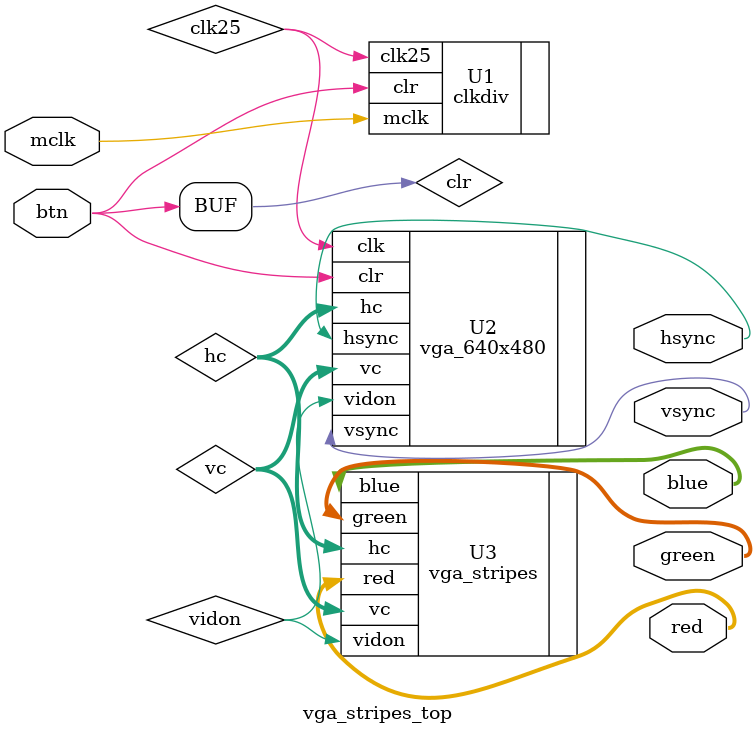
<source format=v>
`timescale 1ns / 1ps
module vga_stripes_top(
input wire mclk,
input wire btn,
output wire hsync, vsync,
output wire [2:0] red, green,
output wire [1:0] blue
    );
	 
	 wire clk25, clr, vidon;
	 wire [9:0] hc, vc;
	 assign clr = btn;
	 
	 clkdiv U1(.mclk(mclk),
				  .clr(clr),
				  .clk25(clk25));
				  
	 vga_640x480 U2(.clk(clk25),
					.clr(clr),
				  .hsync(hsync),
				  .vsync(vsync),
				  .hc(hc),
				  .vc(vc),
				  .vidon(vidon));
	
	 vga_stripes U3(.vidon(vidon),
						 .hc(hc),
						 .vc(vc),
						 .red(red),
						 .green(green),
						 .blue(blue));
						 


endmodule

</source>
